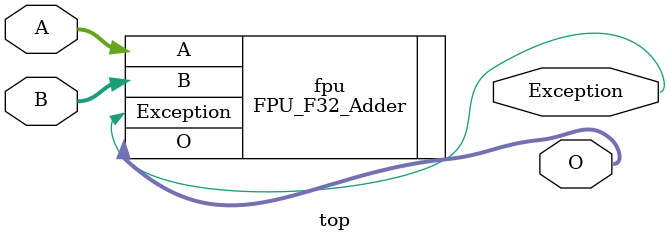
<source format=v>
module top(
	input	[31:0]		A,
	input	[31:0]		B,
	output				Exception,
	output	[31:0]		O		              	//Outputs in the format of IEEE-754 Representation.
);

FPU_F32_Adder fpu (
	.A					(A),
	.B					(B),
	.Exception			(Exception),
	.O					(O)
);

endmodule

</source>
